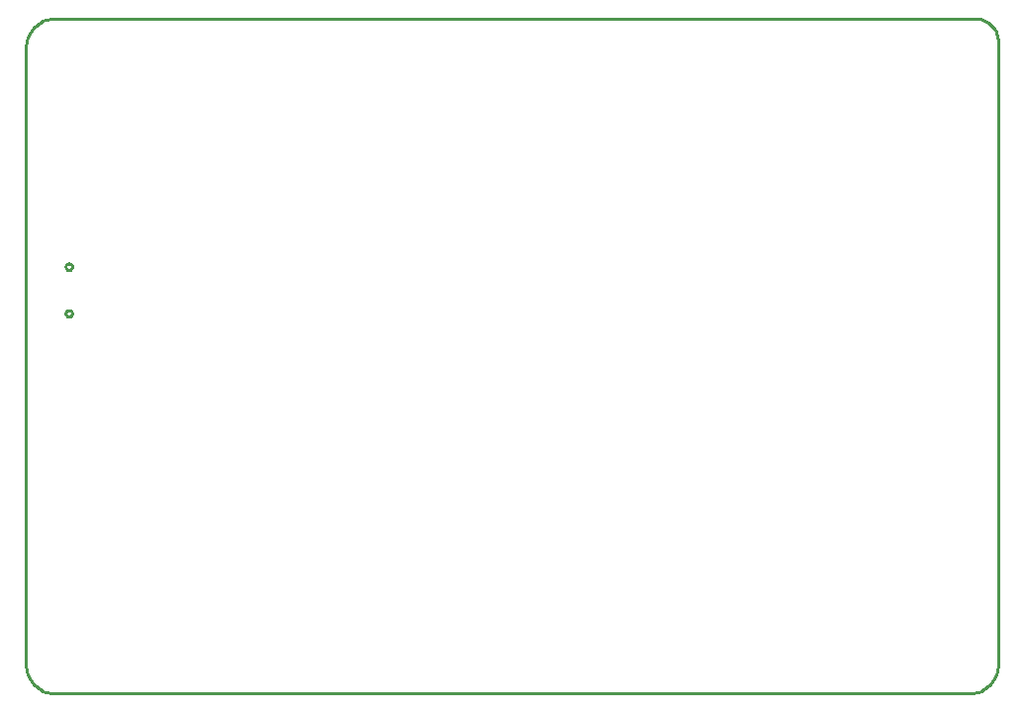
<source format=gko>
G04 EAGLE Gerber RS-274X export*
G75*
%MOMM*%
%FSLAX34Y34*%
%LPD*%
%IN*%
%IPPOS*%
%AMOC8*
5,1,8,0,0,1.08239X$1,22.5*%
G01*
%ADD10C,0.254000*%


D10*
X95250Y-387350D02*
X95347Y-389564D01*
X95636Y-391761D01*
X96115Y-393924D01*
X96782Y-396037D01*
X97630Y-398085D01*
X98653Y-400050D01*
X99844Y-401919D01*
X101192Y-403677D01*
X102690Y-405311D01*
X104323Y-406808D01*
X106081Y-408156D01*
X107950Y-409347D01*
X109916Y-410370D01*
X111963Y-411218D01*
X114076Y-411885D01*
X116239Y-412364D01*
X118436Y-412653D01*
X120650Y-412750D01*
X901850Y-412750D01*
X904064Y-412653D01*
X906261Y-412364D01*
X908424Y-411885D01*
X910537Y-411218D01*
X912585Y-410370D01*
X914550Y-409347D01*
X916419Y-408156D01*
X918177Y-406808D01*
X919811Y-405311D01*
X921308Y-403677D01*
X922656Y-401919D01*
X923847Y-400050D01*
X924870Y-398085D01*
X925718Y-396037D01*
X926385Y-393924D01*
X926864Y-391761D01*
X927153Y-389564D01*
X927250Y-387350D01*
X927250Y145250D01*
X927174Y146993D01*
X926946Y148723D01*
X926569Y150426D01*
X926044Y152090D01*
X925376Y153702D01*
X924571Y155250D01*
X923633Y156722D01*
X922571Y158106D01*
X921392Y159392D01*
X920106Y160571D01*
X918722Y161633D01*
X917250Y162571D01*
X915702Y163376D01*
X914090Y164044D01*
X912426Y164569D01*
X910723Y164946D01*
X908993Y165174D01*
X907250Y165250D01*
X120650Y165250D01*
X118436Y165153D01*
X116239Y164864D01*
X114076Y164385D01*
X111963Y163718D01*
X109916Y162870D01*
X107950Y161847D01*
X106081Y160656D01*
X104323Y159308D01*
X102690Y157811D01*
X101192Y156177D01*
X99844Y154419D01*
X98653Y152550D01*
X97630Y150585D01*
X96782Y148537D01*
X96115Y146424D01*
X95636Y144261D01*
X95347Y142064D01*
X95250Y139850D01*
X95250Y-387350D01*
X131774Y-50060D02*
X131346Y-49992D01*
X130934Y-49859D01*
X130549Y-49662D01*
X130199Y-49408D01*
X129892Y-49102D01*
X129638Y-48751D01*
X129441Y-48366D01*
X129308Y-47954D01*
X129240Y-47526D01*
X129240Y-47094D01*
X129308Y-46666D01*
X129441Y-46254D01*
X129638Y-45869D01*
X129892Y-45519D01*
X130199Y-45212D01*
X130549Y-44958D01*
X130934Y-44761D01*
X131346Y-44628D01*
X131774Y-44560D01*
X132206Y-44560D01*
X132634Y-44628D01*
X133046Y-44761D01*
X133431Y-44958D01*
X133782Y-45212D01*
X134088Y-45519D01*
X134342Y-45869D01*
X134539Y-46254D01*
X134672Y-46666D01*
X134740Y-47094D01*
X134740Y-47526D01*
X134672Y-47954D01*
X134539Y-48366D01*
X134342Y-48751D01*
X134088Y-49102D01*
X133782Y-49408D01*
X133431Y-49662D01*
X133046Y-49859D01*
X132634Y-49992D01*
X132206Y-50060D01*
X131774Y-50060D01*
X131774Y-90060D02*
X131346Y-89992D01*
X130934Y-89859D01*
X130549Y-89662D01*
X130199Y-89408D01*
X129892Y-89102D01*
X129638Y-88751D01*
X129441Y-88366D01*
X129308Y-87954D01*
X129240Y-87526D01*
X129240Y-87094D01*
X129308Y-86666D01*
X129441Y-86254D01*
X129638Y-85869D01*
X129892Y-85519D01*
X130199Y-85212D01*
X130549Y-84958D01*
X130934Y-84761D01*
X131346Y-84628D01*
X131774Y-84560D01*
X132206Y-84560D01*
X132634Y-84628D01*
X133046Y-84761D01*
X133431Y-84958D01*
X133782Y-85212D01*
X134088Y-85519D01*
X134342Y-85869D01*
X134539Y-86254D01*
X134672Y-86666D01*
X134740Y-87094D01*
X134740Y-87526D01*
X134672Y-87954D01*
X134539Y-88366D01*
X134342Y-88751D01*
X134088Y-89102D01*
X133782Y-89408D01*
X133431Y-89662D01*
X133046Y-89859D01*
X132634Y-89992D01*
X132206Y-90060D01*
X131774Y-90060D01*
M02*

</source>
